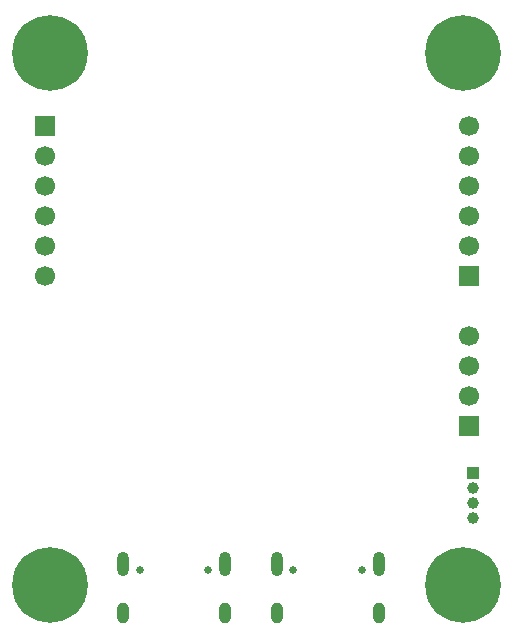
<source format=gbr>
%TF.GenerationSoftware,KiCad,Pcbnew,9.0.5-9.0.5~ubuntu24.04.1*%
%TF.CreationDate,2025-10-15T00:30:22+05:00*%
%TF.ProjectId,AH4,4148342e-6b69-4636-9164-5f7063625858,rev?*%
%TF.SameCoordinates,Original*%
%TF.FileFunction,Soldermask,Bot*%
%TF.FilePolarity,Negative*%
%FSLAX46Y46*%
G04 Gerber Fmt 4.6, Leading zero omitted, Abs format (unit mm)*
G04 Created by KiCad (PCBNEW 9.0.5-9.0.5~ubuntu24.04.1) date 2025-10-15 00:30:22*
%MOMM*%
%LPD*%
G01*
G04 APERTURE LIST*
%ADD10R,1.000000X1.000000*%
%ADD11C,1.000000*%
%ADD12C,0.650000*%
%ADD13O,1.000000X2.100000*%
%ADD14O,1.000000X1.800000*%
%ADD15C,0.800000*%
%ADD16C,6.400000*%
%ADD17R,1.700000X1.700000*%
%ADD18C,1.700000*%
G04 APERTURE END LIST*
D10*
%TO.C,J6*%
X229800000Y-105560000D03*
D11*
X229800000Y-106830000D03*
X229800000Y-108100000D03*
X229800000Y-109370000D03*
%TD*%
D12*
%TO.C,J2*%
X214610000Y-113735000D03*
X220390000Y-113735000D03*
D13*
X213180000Y-113235000D03*
D14*
X213180000Y-117415000D03*
D13*
X221820000Y-113235000D03*
D14*
X221820000Y-117415000D03*
%TD*%
D12*
%TO.C,J1*%
X201590000Y-113720000D03*
X207370000Y-113720000D03*
D13*
X200160000Y-113220000D03*
D14*
X200160000Y-117400000D03*
D13*
X208800000Y-113220000D03*
D14*
X208800000Y-117400000D03*
%TD*%
D15*
%TO.C,H3*%
X191600000Y-115000000D03*
X192302944Y-113302944D03*
X192302944Y-116697056D03*
X194000000Y-112600000D03*
D16*
X194000000Y-115000000D03*
D15*
X194000000Y-117400000D03*
X195697056Y-113302944D03*
X195697056Y-116697056D03*
X196400000Y-115000000D03*
%TD*%
D17*
%TO.C,J5*%
X193548000Y-76200000D03*
D18*
X193548000Y-78740000D03*
X193548000Y-81280000D03*
X193548000Y-83820000D03*
X193548000Y-86360000D03*
X193548000Y-88900000D03*
%TD*%
D15*
%TO.C,H1*%
X191600000Y-70000000D03*
X192302944Y-68302944D03*
X192302944Y-71697056D03*
X194000000Y-67600000D03*
D16*
X194000000Y-70000000D03*
D15*
X194000000Y-72400000D03*
X195697056Y-68302944D03*
X195697056Y-71697056D03*
X196400000Y-70000000D03*
%TD*%
D17*
%TO.C,J4*%
X229500000Y-88840000D03*
D18*
X229500000Y-86300000D03*
X229500000Y-83760000D03*
X229500000Y-81220000D03*
X229500000Y-78680000D03*
X229500000Y-76140000D03*
%TD*%
D15*
%TO.C,H2*%
X226600000Y-70000000D03*
X227302944Y-68302944D03*
X227302944Y-71697056D03*
X229000000Y-67600000D03*
D16*
X229000000Y-70000000D03*
D15*
X229000000Y-72400000D03*
X230697056Y-68302944D03*
X230697056Y-71697056D03*
X231400000Y-70000000D03*
%TD*%
%TO.C,H4*%
X226600000Y-115000000D03*
X227302944Y-113302944D03*
X227302944Y-116697056D03*
X229000000Y-112600000D03*
D16*
X229000000Y-115000000D03*
D15*
X229000000Y-117400000D03*
X230697056Y-113302944D03*
X230697056Y-116697056D03*
X231400000Y-115000000D03*
%TD*%
D17*
%TO.C,J3*%
X229500000Y-101540000D03*
D18*
X229500000Y-99000000D03*
X229500000Y-96460000D03*
X229500000Y-93920000D03*
%TD*%
M02*

</source>
